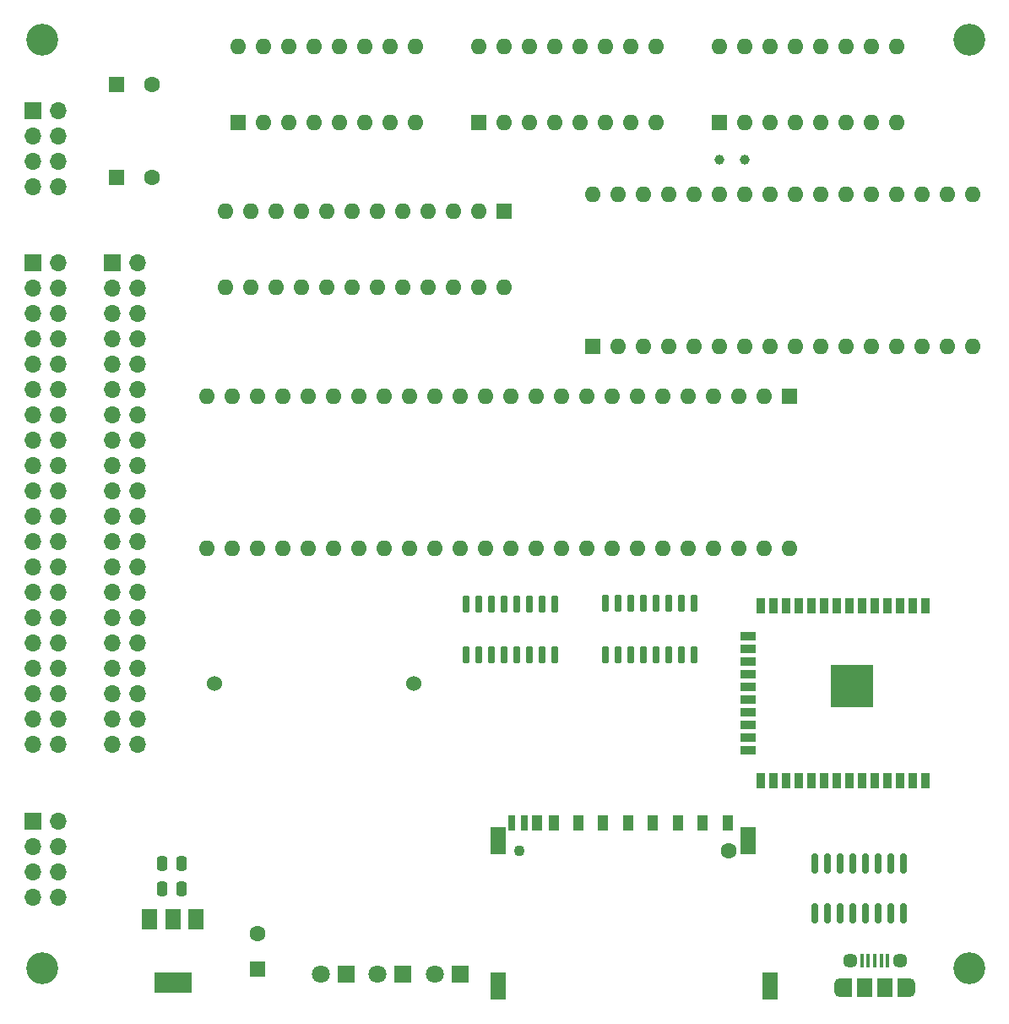
<source format=gbr>
%TF.GenerationSoftware,KiCad,Pcbnew,7.0.0-da2b9df05c~163~ubuntu22.04.1*%
%TF.CreationDate,2023-02-22T18:51:16-05:00*%
%TF.ProjectId,main,6d61696e-2e6b-4696-9361-645f70636258,rev?*%
%TF.SameCoordinates,Original*%
%TF.FileFunction,Soldermask,Top*%
%TF.FilePolarity,Negative*%
%FSLAX46Y46*%
G04 Gerber Fmt 4.6, Leading zero omitted, Abs format (unit mm)*
G04 Created by KiCad (PCBNEW 7.0.0-da2b9df05c~163~ubuntu22.04.1) date 2023-02-22 18:51:16*
%MOMM*%
%LPD*%
G01*
G04 APERTURE LIST*
G04 Aperture macros list*
%AMRoundRect*
0 Rectangle with rounded corners*
0 $1 Rounding radius*
0 $2 $3 $4 $5 $6 $7 $8 $9 X,Y pos of 4 corners*
0 Add a 4 corners polygon primitive as box body*
4,1,4,$2,$3,$4,$5,$6,$7,$8,$9,$2,$3,0*
0 Add four circle primitives for the rounded corners*
1,1,$1+$1,$2,$3*
1,1,$1+$1,$4,$5*
1,1,$1+$1,$6,$7*
1,1,$1+$1,$8,$9*
0 Add four rect primitives between the rounded corners*
20,1,$1+$1,$2,$3,$4,$5,0*
20,1,$1+$1,$4,$5,$6,$7,0*
20,1,$1+$1,$6,$7,$8,$9,0*
20,1,$1+$1,$8,$9,$2,$3,0*%
G04 Aperture macros list end*
%ADD10C,3.200000*%
%ADD11R,1.700000X1.700000*%
%ADD12O,1.700000X1.700000*%
%ADD13R,1.600000X1.600000*%
%ADD14C,1.600000*%
%ADD15O,1.600000X1.600000*%
%ADD16R,1.800000X1.800000*%
%ADD17C,1.800000*%
%ADD18RoundRect,0.250000X-0.250000X-0.475000X0.250000X-0.475000X0.250000X0.475000X-0.250000X0.475000X0*%
%ADD19C,1.100000*%
%ADD20R,1.000000X1.500000*%
%ADD21R,0.700000X1.500000*%
%ADD22R,0.750000X1.500000*%
%ADD23R,1.500000X2.800000*%
%ADD24R,1.500000X2.000000*%
%ADD25R,3.800000X2.000000*%
%ADD26C,1.000000*%
%ADD27C,1.524000*%
%ADD28R,0.400000X1.350000*%
%ADD29O,1.200000X1.900000*%
%ADD30R,1.200000X1.900000*%
%ADD31C,1.450000*%
%ADD32R,1.500000X1.900000*%
%ADD33RoundRect,0.150000X0.150000X-0.825000X0.150000X0.825000X-0.150000X0.825000X-0.150000X-0.825000X0*%
%ADD34R,0.900000X1.500000*%
%ADD35R,1.500000X0.900000*%
%ADD36C,0.600000*%
%ADD37R,4.200000X4.200000*%
%ADD38RoundRect,0.150000X-0.150000X0.725000X-0.150000X-0.725000X0.150000X-0.725000X0.150000X0.725000X0*%
G04 APERTURE END LIST*
D10*
%TO.C,M1*%
X116500000Y-23500000D03*
%TD*%
%TO.C,M2*%
X116500000Y-116500000D03*
%TD*%
%TO.C,M3*%
X23500000Y-23500000D03*
%TD*%
%TO.C,M4*%
X23500000Y-116500000D03*
%TD*%
D11*
%TO.C,J1*%
X22539999Y-101779999D03*
D12*
X25079999Y-101779999D03*
X22539999Y-104319999D03*
X25079999Y-104319999D03*
X22539999Y-106859999D03*
X25079999Y-106859999D03*
X22539999Y-109399999D03*
X25079999Y-109399999D03*
%TD*%
D11*
%TO.C,J5*%
X22539999Y-30599999D03*
D12*
X25079999Y-30599999D03*
X22539999Y-33139999D03*
X25079999Y-33139999D03*
X22539999Y-35679999D03*
X25079999Y-35679999D03*
X22539999Y-38219999D03*
X25079999Y-38219999D03*
%TD*%
D11*
%TO.C,J2*%
X22539999Y-45869999D03*
D12*
X25079999Y-45869999D03*
X22539999Y-48409999D03*
X25079999Y-48409999D03*
X22539999Y-50949999D03*
X25079999Y-50949999D03*
X22539999Y-53489999D03*
X25079999Y-53489999D03*
X22539999Y-56029999D03*
X25079999Y-56029999D03*
X22539999Y-58569999D03*
X25079999Y-58569999D03*
X22539999Y-61109999D03*
X25079999Y-61109999D03*
X22539999Y-63649999D03*
X25079999Y-63649999D03*
X22539999Y-66189999D03*
X25079999Y-66189999D03*
X22539999Y-68729999D03*
X25079999Y-68729999D03*
X22539999Y-71269999D03*
X25079999Y-71269999D03*
X22539999Y-73809999D03*
X25079999Y-73809999D03*
X22539999Y-76349999D03*
X25079999Y-76349999D03*
X22539999Y-78889999D03*
X25079999Y-78889999D03*
X22539999Y-81429999D03*
X25079999Y-81429999D03*
X22539999Y-83969999D03*
X25079999Y-83969999D03*
X22539999Y-86509999D03*
X25079999Y-86509999D03*
X22539999Y-89049999D03*
X25079999Y-89049999D03*
X22539999Y-91589999D03*
X25079999Y-91589999D03*
X22539999Y-94129999D03*
X25079999Y-94129999D03*
%TD*%
D11*
%TO.C,J3*%
X30539999Y-45869999D03*
D12*
X33079999Y-45869999D03*
X30539999Y-48409999D03*
X33079999Y-48409999D03*
X30539999Y-50949999D03*
X33079999Y-50949999D03*
X30539999Y-53489999D03*
X33079999Y-53489999D03*
X30539999Y-56029999D03*
X33079999Y-56029999D03*
X30539999Y-58569999D03*
X33079999Y-58569999D03*
X30539999Y-61109999D03*
X33079999Y-61109999D03*
X30539999Y-63649999D03*
X33079999Y-63649999D03*
X30539999Y-66189999D03*
X33079999Y-66189999D03*
X30539999Y-68729999D03*
X33079999Y-68729999D03*
X30539999Y-71269999D03*
X33079999Y-71269999D03*
X30539999Y-73809999D03*
X33079999Y-73809999D03*
X30539999Y-76349999D03*
X33079999Y-76349999D03*
X30539999Y-78889999D03*
X33079999Y-78889999D03*
X30539999Y-81429999D03*
X33079999Y-81429999D03*
X30539999Y-83969999D03*
X33079999Y-83969999D03*
X30539999Y-86509999D03*
X33079999Y-86509999D03*
X30539999Y-89049999D03*
X33079999Y-89049999D03*
X30539999Y-91589999D03*
X33079999Y-91589999D03*
X30539999Y-94129999D03*
X33079999Y-94129999D03*
%TD*%
D13*
%TO.C,C4*%
X30999999Y-27999999D03*
D14*
X34500000Y-28000000D03*
%TD*%
D13*
%TO.C,C1*%
X30999999Y-37299999D03*
D14*
X34500000Y-37300000D03*
%TD*%
D13*
%TO.C,U2*%
X91439999Y-31749999D03*
D15*
X93979999Y-31749999D03*
X96519999Y-31749999D03*
X99059999Y-31749999D03*
X101599999Y-31749999D03*
X104139999Y-31749999D03*
X106679999Y-31749999D03*
X109219999Y-31749999D03*
X109219999Y-24129999D03*
X106679999Y-24129999D03*
X104139999Y-24129999D03*
X101599999Y-24129999D03*
X99059999Y-24129999D03*
X96519999Y-24129999D03*
X93979999Y-24129999D03*
X91439999Y-24129999D03*
%TD*%
D13*
%TO.C,C9*%
X45084999Y-116587699D03*
D14*
X45085000Y-113087700D03*
%TD*%
D16*
%TO.C,D1*%
X65409999Y-117117499D03*
D17*
X62870000Y-117117500D03*
%TD*%
D13*
%TO.C,U5*%
X98469999Y-59249999D03*
D15*
X95929999Y-59249999D03*
X93389999Y-59249999D03*
X90849999Y-59249999D03*
X88309999Y-59249999D03*
X85769999Y-59249999D03*
X83229999Y-59249999D03*
X80689999Y-59249999D03*
X78149999Y-59249999D03*
X75609999Y-59249999D03*
X73069999Y-59249999D03*
X70529999Y-59249999D03*
X67989999Y-59249999D03*
X65449999Y-59249999D03*
X62909999Y-59249999D03*
X60369999Y-59249999D03*
X57829999Y-59249999D03*
X55289999Y-59249999D03*
X52749999Y-59249999D03*
X50209999Y-59249999D03*
X47669999Y-59249999D03*
X45129999Y-59249999D03*
X42589999Y-59249999D03*
X40049999Y-59249999D03*
X40049999Y-74489999D03*
X42589999Y-74489999D03*
X45129999Y-74489999D03*
X47669999Y-74489999D03*
X50209999Y-74489999D03*
X52749999Y-74489999D03*
X55289999Y-74489999D03*
X57829999Y-74489999D03*
X60369999Y-74489999D03*
X62909999Y-74489999D03*
X65449999Y-74489999D03*
X67989999Y-74489999D03*
X70529999Y-74489999D03*
X73069999Y-74489999D03*
X75609999Y-74489999D03*
X78149999Y-74489999D03*
X80689999Y-74489999D03*
X83229999Y-74489999D03*
X85769999Y-74489999D03*
X88309999Y-74489999D03*
X90849999Y-74489999D03*
X93389999Y-74489999D03*
X95929999Y-74489999D03*
X98469999Y-74489999D03*
%TD*%
D16*
%TO.C,D2*%
X59689999Y-117117499D03*
D17*
X57150000Y-117117500D03*
%TD*%
D18*
%TO.C,C5*%
X35560000Y-106045000D03*
X37460000Y-106045000D03*
%TD*%
%TO.C,C7*%
X35560000Y-108585000D03*
X37460000Y-108585000D03*
%TD*%
D19*
%TO.C,J9*%
X71370000Y-104775000D03*
D14*
X92370000Y-104775000D03*
D20*
X89749999Y-101974999D03*
X87249999Y-101974999D03*
X84749999Y-101974999D03*
X82249999Y-101974999D03*
X79749999Y-101974999D03*
X77249999Y-101974999D03*
X74819999Y-101974999D03*
X73119999Y-101974999D03*
X92249999Y-101974999D03*
D21*
X71819999Y-101974999D03*
D22*
X70619999Y-101974999D03*
D23*
X69219999Y-103774999D03*
X69219999Y-118274999D03*
X94319999Y-103774999D03*
X96519999Y-118274999D03*
%TD*%
D24*
%TO.C,U1*%
X38894999Y-111639999D03*
X36594999Y-111639999D03*
D25*
X36594999Y-117939999D03*
D24*
X34294999Y-111639999D03*
%TD*%
D26*
%TO.C,Y1*%
X93970000Y-35500000D03*
X91430000Y-35500000D03*
%TD*%
D13*
%TO.C,U7*%
X67309999Y-31749999D03*
D15*
X69849999Y-31749999D03*
X72389999Y-31749999D03*
X74929999Y-31749999D03*
X77469999Y-31749999D03*
X80009999Y-31749999D03*
X82549999Y-31749999D03*
X85089999Y-31749999D03*
X85089999Y-24129999D03*
X82549999Y-24129999D03*
X80009999Y-24129999D03*
X77469999Y-24129999D03*
X74929999Y-24129999D03*
X72389999Y-24129999D03*
X69849999Y-24129999D03*
X67309999Y-24129999D03*
%TD*%
D27*
%TO.C,BT1*%
X60800000Y-88000000D03*
X40800000Y-88000000D03*
%TD*%
D13*
%TO.C,U6*%
X78739999Y-54239999D03*
D15*
X81279999Y-54239999D03*
X83819999Y-54239999D03*
X86359999Y-54239999D03*
X88899999Y-54239999D03*
X91439999Y-54239999D03*
X93979999Y-54239999D03*
X96519999Y-54239999D03*
X99059999Y-54239999D03*
X101599999Y-54239999D03*
X104139999Y-54239999D03*
X106679999Y-54239999D03*
X109219999Y-54239999D03*
X111759999Y-54239999D03*
X114299999Y-54239999D03*
X116839999Y-54239999D03*
X116839999Y-38999999D03*
X114299999Y-38999999D03*
X111759999Y-38999999D03*
X109219999Y-38999999D03*
X106679999Y-38999999D03*
X104139999Y-38999999D03*
X101599999Y-38999999D03*
X99059999Y-38999999D03*
X96519999Y-38999999D03*
X93979999Y-38999999D03*
X91439999Y-38999999D03*
X88899999Y-38999999D03*
X86359999Y-38999999D03*
X83819999Y-38999999D03*
X81279999Y-38999999D03*
X78739999Y-38999999D03*
%TD*%
D13*
%TO.C,U8*%
X69849999Y-40639999D03*
D15*
X67309999Y-40639999D03*
X64769999Y-40639999D03*
X62229999Y-40639999D03*
X59689999Y-40639999D03*
X57149999Y-40639999D03*
X54609999Y-40639999D03*
X52069999Y-40639999D03*
X49529999Y-40639999D03*
X46989999Y-40639999D03*
X44449999Y-40639999D03*
X41909999Y-40639999D03*
X41909999Y-48259999D03*
X44449999Y-48259999D03*
X46989999Y-48259999D03*
X49529999Y-48259999D03*
X52069999Y-48259999D03*
X54609999Y-48259999D03*
X57149999Y-48259999D03*
X59689999Y-48259999D03*
X62229999Y-48259999D03*
X64769999Y-48259999D03*
X67309999Y-48259999D03*
X69849999Y-48259999D03*
%TD*%
D28*
%TO.C,J7*%
X105699999Y-115787499D03*
X106349999Y-115787499D03*
X106999999Y-115787499D03*
X107649999Y-115787499D03*
X108299999Y-115787499D03*
D29*
X103499999Y-118487499D03*
D30*
X104099999Y-118487499D03*
D31*
X104500000Y-115787500D03*
D32*
X105999999Y-118487499D03*
X107999999Y-118487499D03*
D31*
X109500000Y-115787500D03*
D30*
X109899999Y-118487499D03*
D29*
X110499999Y-118487499D03*
%TD*%
D33*
%TO.C,U9*%
X100965000Y-110995000D03*
X102235000Y-110995000D03*
X103505000Y-110995000D03*
X104775000Y-110995000D03*
X106045000Y-110995000D03*
X107315000Y-110995000D03*
X108585000Y-110995000D03*
X109855000Y-110995000D03*
X109855000Y-106045000D03*
X108585000Y-106045000D03*
X107315000Y-106045000D03*
X106045000Y-106045000D03*
X104775000Y-106045000D03*
X103505000Y-106045000D03*
X102235000Y-106045000D03*
X100965000Y-106045000D03*
%TD*%
D34*
%TO.C,U4*%
X112064999Y-80204999D03*
X110794999Y-80204999D03*
X109524999Y-80204999D03*
X108254999Y-80204999D03*
X106984999Y-80204999D03*
X105714999Y-80204999D03*
X104444999Y-80204999D03*
X103174999Y-80204999D03*
X101904999Y-80204999D03*
X100634999Y-80204999D03*
X99364999Y-80204999D03*
X98094999Y-80204999D03*
X96824999Y-80204999D03*
X95554999Y-80204999D03*
D35*
X94304999Y-83244999D03*
X94304999Y-84514999D03*
X94304999Y-85784999D03*
X94304999Y-87054999D03*
X94304999Y-88324999D03*
X94304999Y-89594999D03*
X94304999Y-90864999D03*
X94304999Y-92134999D03*
X94304999Y-93404999D03*
X94304999Y-94674999D03*
D34*
X95554999Y-97704999D03*
X96824999Y-97704999D03*
X98094999Y-97704999D03*
X99364999Y-97704999D03*
X100634999Y-97704999D03*
X101904999Y-97704999D03*
X103174999Y-97704999D03*
X104444999Y-97704999D03*
X105714999Y-97704999D03*
X106984999Y-97704999D03*
X108254999Y-97704999D03*
X109524999Y-97704999D03*
X110794999Y-97704999D03*
X112064999Y-97704999D03*
D36*
X105487500Y-86750000D03*
X103962500Y-86750000D03*
X106250000Y-87512500D03*
X104725000Y-87512500D03*
X103200000Y-87512500D03*
X105487500Y-88275000D03*
D37*
X104724999Y-88274999D03*
D36*
X103962500Y-88275000D03*
X106250000Y-89037500D03*
X104725000Y-89037500D03*
X103200000Y-89037500D03*
X105487500Y-89800000D03*
X103962500Y-89800000D03*
%TD*%
D13*
%TO.C,U3*%
X43179999Y-31749999D03*
D15*
X45719999Y-31749999D03*
X48259999Y-31749999D03*
X50799999Y-31749999D03*
X53339999Y-31749999D03*
X55879999Y-31749999D03*
X58419999Y-31749999D03*
X60959999Y-31749999D03*
X60959999Y-24129999D03*
X58419999Y-24129999D03*
X55879999Y-24129999D03*
X53339999Y-24129999D03*
X50799999Y-24129999D03*
X48259999Y-24129999D03*
X45719999Y-24129999D03*
X43179999Y-24129999D03*
%TD*%
D38*
%TO.C,U11*%
X74930000Y-80010000D03*
X73660000Y-80010000D03*
X72390000Y-80010000D03*
X71120000Y-80010000D03*
X69850000Y-80010000D03*
X68580000Y-80010000D03*
X67310000Y-80010000D03*
X66040000Y-80010000D03*
X66040000Y-85160000D03*
X67310000Y-85160000D03*
X68580000Y-85160000D03*
X69850000Y-85160000D03*
X71120000Y-85160000D03*
X72390000Y-85160000D03*
X73660000Y-85160000D03*
X74930000Y-85160000D03*
%TD*%
%TO.C,U10*%
X88900000Y-79940000D03*
X87630000Y-79940000D03*
X86360000Y-79940000D03*
X85090000Y-79940000D03*
X83820000Y-79940000D03*
X82550000Y-79940000D03*
X81280000Y-79940000D03*
X80010000Y-79940000D03*
X80010000Y-85090000D03*
X81280000Y-85090000D03*
X82550000Y-85090000D03*
X83820000Y-85090000D03*
X85090000Y-85090000D03*
X86360000Y-85090000D03*
X87630000Y-85090000D03*
X88900000Y-85090000D03*
%TD*%
D16*
%TO.C,D3*%
X53979999Y-117117499D03*
D17*
X51440000Y-117117500D03*
%TD*%
M02*

</source>
